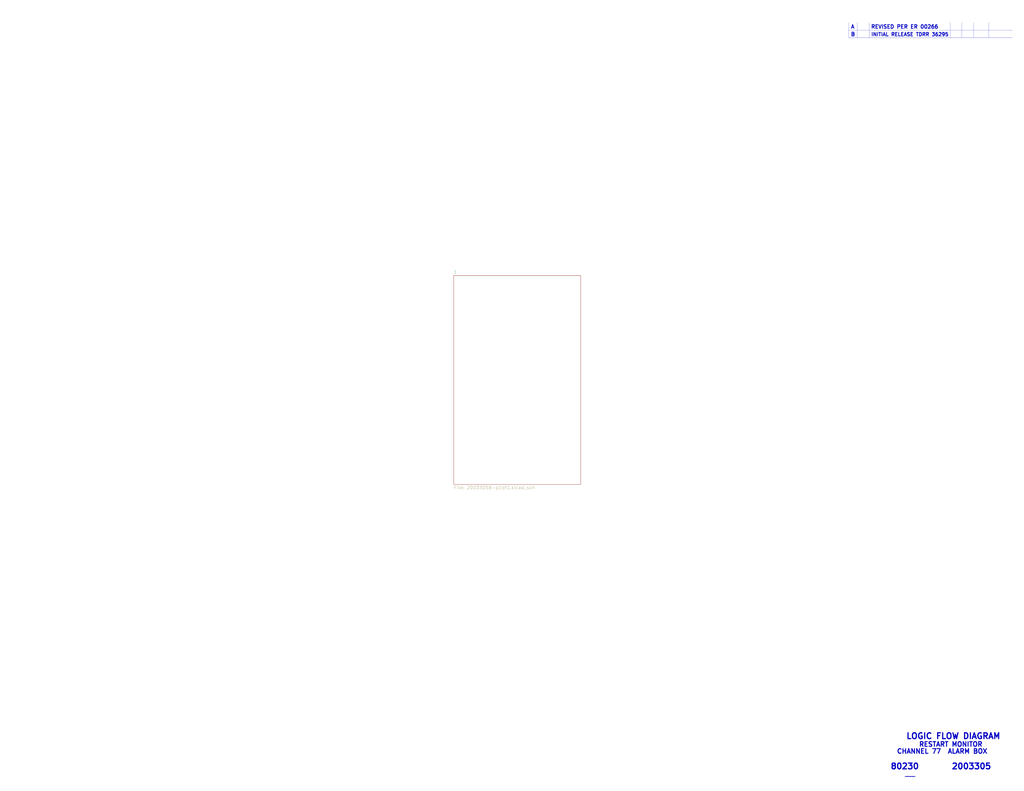
<source format=kicad_sch>
(kicad_sch (version 20211123) (generator eeschema)
  (paper "E")
  (lib_symbols)
  (polyline (pts (xy 935.7106 24.765) (xy 935.7106 41.275)) (stroke (width 0.1524) (type solid)))
  (polyline (pts (xy 926.1094 24.765) (xy 926.1094 41.275)) (stroke (width 0.1524) (type solid)))
  (polyline (pts (xy 1104.9 33.02) (xy 926.1094 33.02)) (stroke (width 0.1524) (type solid)))
  (polyline (pts (xy 1037.1074 24.765) (xy 1037.1074 41.275)) (stroke (width 0.1524) (type solid)))
  (polyline (pts (xy 1062.5074 24.765) (xy 1062.5074 41.275)) (stroke (width 0.1524) (type solid)))
  (polyline (pts (xy 948.69 24.765) (xy 948.69 41.275)) (stroke (width 0.1524) (type solid)))
  (polyline (pts (xy 1078.992 24.765) (xy 1078.992 41.275)) (stroke (width 0.1524) (type solid)))
  (polyline (pts (xy 1104.9 41.275) (xy 926.1094 41.275)) (stroke (width 0.1524) (type solid)))
  (polyline (pts (xy 1049.8074 24.765) (xy 1049.8074 41.275)) (stroke (width 0.1524) (type solid)))
  (text "80230" (at 971.55 840.74 0) (effects (font (size 6.35 6.35) (thickness 1.27) bold) (justify left bottom)))
  (text "B" (at 928.37 40.005 0) (effects (font (size 4.064 4.064) (thickness 0.8128) bold) (justify left bottom)))
  (text "LOGIC FLOW DIAGRAM" (at 988.695 807.72 0) (effects (font (size 6.35 6.35) (thickness 1.27) bold) (justify left bottom)))
  (text "____" (at 987.425 848.36 0) (effects (font (size 3.556 3.556) (thickness 0.7112) bold) (justify left bottom)))
  (text "INITIAL RELEASE TDRR 36295" (at 950.595 40.005 0) (effects (font (size 3.81 3.81) (thickness 0.762) bold) (justify left bottom)))
  (text "CHANNEL 77  ALARM BOX" (at 978.535 823.595 0) (effects (font (size 5.08 5.08) (thickness 1.016) bold) (justify left bottom)))
  (text "A      REVISED PER ER 00266" (at 928.37 31.75 0) (effects (font (size 4.064 4.064) (thickness 0.8128) bold) (justify left bottom)))
  (text "RESTART MONITOR" (at 1002.665 815.975 0) (effects (font (size 5.08 5.08) (thickness 1.016) bold) (justify left bottom)))
  (text "2003305" (at 1038.225 840.74 0) (effects (font (size 6.35 6.35) (thickness 1.27) bold) (justify left bottom)))
  (sheet (at 495.3 300.99) (size 138.43 227.965)
    (property "Sheet name" "1" (at 495.3 299.1354 0) (effects (font (size 3.556 3.556)) (justify left bottom)))
    (property "Sheet file" "2003305B-p1of1.kicad_sch" (at 495.3 530.454 0) (effects (font (size 3.556 3.556)) (justify left top)))
  )
)
</source>
